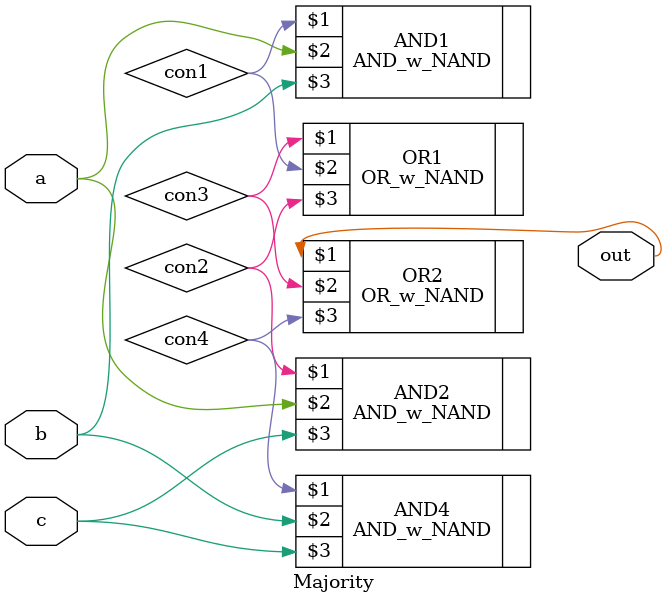
<source format=v>
`timescale 1ns/1ps

module Majority(a, b, c, out);
input a, b, c;
output out;

wire con1, con2, con3, con4;

AND_w_NAND AND1 (con1, a, b);
AND_w_NAND AND2 (con2, a, c);
OR_w_NAND OR1 (con3, con1, con2);
AND_w_NAND AND4 (con4, b, c);
OR_w_NAND OR2 (out, con3, con4);

endmodule
</source>
